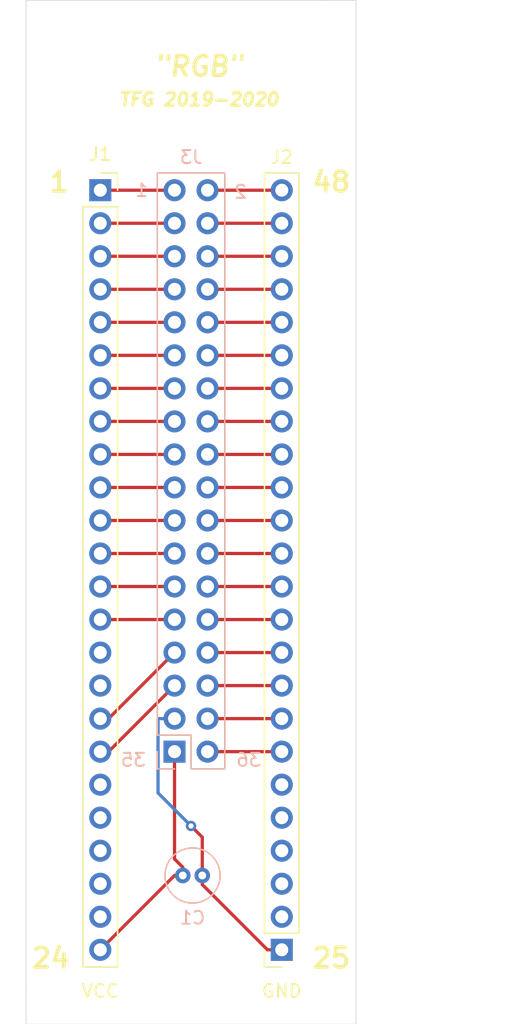
<source format=kicad_pcb>
(kicad_pcb (version 20171130) (host pcbnew "(5.1.6)-1")

  (general
    (thickness 1.6)
    (drawings 19)
    (tracks 56)
    (zones 0)
    (modules 4)
    (nets 49)
  )

  (page A4)
  (title_block
    (title "RGB 2019/2020")
    (date 2020-07-15)
    (company "Universidad Complutense de Madrid")
  )

  (layers
    (0 F.Cu signal)
    (31 B.Cu signal)
    (32 B.Adhes user)
    (33 F.Adhes user)
    (34 B.Paste user)
    (35 F.Paste user)
    (36 B.SilkS user)
    (37 F.SilkS user)
    (38 B.Mask user)
    (39 F.Mask user)
    (40 Dwgs.User user)
    (41 Cmts.User user)
    (42 Eco1.User user)
    (43 Eco2.User user)
    (44 Edge.Cuts user)
    (45 Margin user)
    (46 B.CrtYd user)
    (47 F.CrtYd user)
    (48 B.Fab user)
    (49 F.Fab user)
  )

  (setup
    (last_trace_width 0.25)
    (trace_clearance 0.2)
    (zone_clearance 0.508)
    (zone_45_only no)
    (trace_min 0.2)
    (via_size 0.8)
    (via_drill 0.4)
    (via_min_size 0.4)
    (via_min_drill 0.3)
    (uvia_size 0.3)
    (uvia_drill 0.1)
    (uvias_allowed no)
    (uvia_min_size 0.2)
    (uvia_min_drill 0.1)
    (edge_width 0.05)
    (segment_width 0.2)
    (pcb_text_width 0.3)
    (pcb_text_size 1.5 1.5)
    (mod_edge_width 0.12)
    (mod_text_size 1 1)
    (mod_text_width 0.15)
    (pad_size 1.524 1.524)
    (pad_drill 0.762)
    (pad_to_mask_clearance 0.051)
    (solder_mask_min_width 0.25)
    (aux_axis_origin 0 0)
    (visible_elements 7FFFF7FF)
    (pcbplotparams
      (layerselection 0x010fc_ffffffff)
      (usegerberextensions false)
      (usegerberattributes false)
      (usegerberadvancedattributes false)
      (creategerberjobfile true)
      (excludeedgelayer true)
      (linewidth 0.100000)
      (plotframeref false)
      (viasonmask false)
      (mode 1)
      (useauxorigin false)
      (hpglpennumber 1)
      (hpglpenspeed 20)
      (hpglpendiameter 15.000000)
      (psnegative false)
      (psa4output false)
      (plotreference true)
      (plotvalue true)
      (plotinvisibletext false)
      (padsonsilk false)
      (subtractmaskfromsilk false)
      (outputformat 1)
      (mirror false)
      (drillshape 0)
      (scaleselection 1)
      (outputdirectory "G:/PCB_intermedia/PCB_intermedia/"))
  )

  (net 0 "")
  (net 1 "Net-(J1-Pad23)")
  (net 2 "Net-(J1-Pad22)")
  (net 3 "Net-(J1-Pad21)")
  (net 4 "Net-(J1-Pad20)")
  (net 5 "Net-(J1-Pad19)")
  (net 6 "Net-(J1-Pad16)")
  (net 7 "Net-(J1-Pad15)")
  (net 8 "Net-(J2-Pad6)")
  (net 9 "Net-(J2-Pad5)")
  (net 10 "Net-(J2-Pad4)")
  (net 11 "Net-(J2-Pad3)")
  (net 12 "Net-(J2-Pad2)")
  (net 13 /Vcc)
  (net 14 /GND)
  (net 15 /A22)
  (net 16 /A20)
  (net 17 /A18)
  (net 18 /A16)
  (net 19 /A14)
  (net 20 /A12)
  (net 21 /A10)
  (net 22 /A8)
  (net 23 /A6)
  (net 24 /A4)
  (net 25 /A2)
  (net 26 /A0)
  (net 27 /O6)
  (net 28 /O4)
  (net 29 /O2)
  (net 30 /O0)
  (net 31 /OEN)
  (net 32 /WEN)
  (net 33 /EN00)
  (net 34 /A21)
  (net 35 /A19)
  (net 36 /A17)
  (net 37 /A15)
  (net 38 /A13)
  (net 39 /A11)
  (net 40 /A9)
  (net 41 /A7)
  (net 42 /A5)
  (net 43 /A3)
  (net 44 /A1)
  (net 45 /O7)
  (net 46 /O5)
  (net 47 /O3)
  (net 48 /O1)

  (net_class Default "Esta es la clase de red por defecto."
    (clearance 0.2)
    (trace_width 0.25)
    (via_dia 0.8)
    (via_drill 0.4)
    (uvia_dia 0.3)
    (uvia_drill 0.1)
    (add_net /A0)
    (add_net /A1)
    (add_net /A10)
    (add_net /A11)
    (add_net /A12)
    (add_net /A13)
    (add_net /A14)
    (add_net /A15)
    (add_net /A16)
    (add_net /A17)
    (add_net /A18)
    (add_net /A19)
    (add_net /A2)
    (add_net /A20)
    (add_net /A21)
    (add_net /A22)
    (add_net /A3)
    (add_net /A4)
    (add_net /A5)
    (add_net /A6)
    (add_net /A7)
    (add_net /A8)
    (add_net /A9)
    (add_net /EN00)
    (add_net /GND)
    (add_net /O0)
    (add_net /O1)
    (add_net /O2)
    (add_net /O3)
    (add_net /O4)
    (add_net /O5)
    (add_net /O6)
    (add_net /O7)
    (add_net /OEN)
    (add_net /Vcc)
    (add_net /WEN)
    (add_net "Net-(J1-Pad15)")
    (add_net "Net-(J1-Pad16)")
    (add_net "Net-(J1-Pad19)")
    (add_net "Net-(J1-Pad20)")
    (add_net "Net-(J1-Pad21)")
    (add_net "Net-(J1-Pad22)")
    (add_net "Net-(J1-Pad23)")
    (add_net "Net-(J2-Pad2)")
    (add_net "Net-(J2-Pad3)")
    (add_net "Net-(J2-Pad4)")
    (add_net "Net-(J2-Pad5)")
    (add_net "Net-(J2-Pad6)")
  )

  (module Capacitor_THT:C_Radial_D4.0mm_H5.0mm_P1.50mm (layer B.Cu) (tedit 5BC5C9B9) (tstamp 5F0655BE)
    (at 106.045 125.73)
    (descr "C, Radial series, Radial, pin pitch=1.50mm, diameter=4mm, height=5mm, Non-Polar Electrolytic Capacitor")
    (tags "C Radial series Radial pin pitch 1.50mm diameter 4mm height 5mm Non-Polar Electrolytic Capacitor")
    (path /5F040746)
    (fp_text reference C1 (at 0.75 3.25) (layer B.SilkS)
      (effects (font (size 1 1) (thickness 0.15)) (justify mirror))
    )
    (fp_text value 10uF (at 0.75 -3.25) (layer B.Fab)
      (effects (font (size 1 1) (thickness 0.15)) (justify mirror))
    )
    (fp_circle (center 0.75 0) (end 3 0) (layer B.CrtYd) (width 0.05))
    (fp_circle (center 0.75 0) (end 2.87 0) (layer B.SilkS) (width 0.12))
    (fp_circle (center 0.75 0) (end 2.75 0) (layer B.Fab) (width 0.1))
    (fp_text user %R (at 0.635 0) (layer B.Fab)
      (effects (font (size 0.8 0.8) (thickness 0.12)) (justify mirror))
    )
    (pad 1 thru_hole circle (at 0 0) (size 1.2 1.2) (drill 0.6) (layers *.Cu *.Mask)
      (net 13 /Vcc))
    (pad 2 thru_hole circle (at 1.5 0) (size 1.2 1.2) (drill 0.6) (layers *.Cu *.Mask)
      (net 14 /GND))
    (model ${KISYS3DMOD}/Capacitor_THT.3dshapes/C_Radial_D4.0mm_H5.0mm_P1.50mm.wrl
      (at (xyz 0 0 0))
      (scale (xyz 1 1 1))
      (rotate (xyz 0 0 0))
    )
  )

  (module Connector_PinSocket_2.54mm:PinSocket_1x24_P2.54mm_Vertical (layer F.Cu) (tedit 5A19A427) (tstamp 5F0655EA)
    (at 99.695 73.025)
    (descr "Through hole straight socket strip, 1x24, 2.54mm pitch, single row (from Kicad 4.0.7), script generated")
    (tags "Through hole socket strip THT 1x24 2.54mm single row")
    (path /5F03A47B)
    (fp_text reference J1 (at 0 -2.77) (layer F.SilkS)
      (effects (font (size 1 1) (thickness 0.15)))
    )
    (fp_text value Conn_01x24_Female (at 0 61.19) (layer F.Fab)
      (effects (font (size 1 1) (thickness 0.15)))
    )
    (fp_line (start -1.27 -1.27) (end 0.635 -1.27) (layer F.Fab) (width 0.1))
    (fp_line (start 0.635 -1.27) (end 1.27 -0.635) (layer F.Fab) (width 0.1))
    (fp_line (start 1.27 -0.635) (end 1.27 59.69) (layer F.Fab) (width 0.1))
    (fp_line (start 1.27 59.69) (end -1.27 59.69) (layer F.Fab) (width 0.1))
    (fp_line (start -1.27 59.69) (end -1.27 -1.27) (layer F.Fab) (width 0.1))
    (fp_line (start -1.33 1.27) (end 1.33 1.27) (layer F.SilkS) (width 0.12))
    (fp_line (start -1.33 1.27) (end -1.33 59.75) (layer F.SilkS) (width 0.12))
    (fp_line (start -1.33 59.75) (end 1.33 59.75) (layer F.SilkS) (width 0.12))
    (fp_line (start 1.33 1.27) (end 1.33 59.75) (layer F.SilkS) (width 0.12))
    (fp_line (start 1.33 -1.33) (end 1.33 0) (layer F.SilkS) (width 0.12))
    (fp_line (start 0 -1.33) (end 1.33 -1.33) (layer F.SilkS) (width 0.12))
    (fp_line (start -1.8 -1.8) (end 1.75 -1.8) (layer F.CrtYd) (width 0.05))
    (fp_line (start 1.75 -1.8) (end 1.75 60.2) (layer F.CrtYd) (width 0.05))
    (fp_line (start 1.75 60.2) (end -1.8 60.2) (layer F.CrtYd) (width 0.05))
    (fp_line (start -1.8 60.2) (end -1.8 -1.8) (layer F.CrtYd) (width 0.05))
    (fp_text user %R (at 0 29.21 90) (layer F.Fab)
      (effects (font (size 1 1) (thickness 0.15)))
    )
    (pad 24 thru_hole oval (at 0 58.42) (size 1.7 1.7) (drill 1) (layers *.Cu *.Mask)
      (net 13 /Vcc))
    (pad 23 thru_hole oval (at 0 55.88) (size 1.7 1.7) (drill 1) (layers *.Cu *.Mask)
      (net 1 "Net-(J1-Pad23)"))
    (pad 22 thru_hole oval (at 0 53.34) (size 1.7 1.7) (drill 1) (layers *.Cu *.Mask)
      (net 2 "Net-(J1-Pad22)"))
    (pad 21 thru_hole oval (at 0 50.8) (size 1.7 1.7) (drill 1) (layers *.Cu *.Mask)
      (net 3 "Net-(J1-Pad21)"))
    (pad 20 thru_hole oval (at 0 48.26) (size 1.7 1.7) (drill 1) (layers *.Cu *.Mask)
      (net 4 "Net-(J1-Pad20)"))
    (pad 19 thru_hole oval (at 0 45.72) (size 1.7 1.7) (drill 1) (layers *.Cu *.Mask)
      (net 5 "Net-(J1-Pad19)"))
    (pad 18 thru_hole oval (at 0 43.18) (size 1.7 1.7) (drill 1) (layers *.Cu *.Mask)
      (net 15 /A22))
    (pad 17 thru_hole oval (at 0 40.64) (size 1.7 1.7) (drill 1) (layers *.Cu *.Mask)
      (net 16 /A20))
    (pad 16 thru_hole oval (at 0 38.1) (size 1.7 1.7) (drill 1) (layers *.Cu *.Mask)
      (net 6 "Net-(J1-Pad16)"))
    (pad 15 thru_hole oval (at 0 35.56) (size 1.7 1.7) (drill 1) (layers *.Cu *.Mask)
      (net 7 "Net-(J1-Pad15)"))
    (pad 14 thru_hole oval (at 0 33.02) (size 1.7 1.7) (drill 1) (layers *.Cu *.Mask)
      (net 17 /A18))
    (pad 13 thru_hole oval (at 0 30.48) (size 1.7 1.7) (drill 1) (layers *.Cu *.Mask)
      (net 18 /A16))
    (pad 12 thru_hole oval (at 0 27.94) (size 1.7 1.7) (drill 1) (layers *.Cu *.Mask)
      (net 19 /A14))
    (pad 11 thru_hole oval (at 0 25.4) (size 1.7 1.7) (drill 1) (layers *.Cu *.Mask)
      (net 20 /A12))
    (pad 10 thru_hole oval (at 0 22.86) (size 1.7 1.7) (drill 1) (layers *.Cu *.Mask)
      (net 21 /A10))
    (pad 9 thru_hole oval (at 0 20.32) (size 1.7 1.7) (drill 1) (layers *.Cu *.Mask)
      (net 22 /A8))
    (pad 8 thru_hole oval (at 0 17.78) (size 1.7 1.7) (drill 1) (layers *.Cu *.Mask)
      (net 23 /A6))
    (pad 7 thru_hole oval (at 0 15.24) (size 1.7 1.7) (drill 1) (layers *.Cu *.Mask)
      (net 24 /A4))
    (pad 6 thru_hole oval (at 0 12.7) (size 1.7 1.7) (drill 1) (layers *.Cu *.Mask)
      (net 25 /A2))
    (pad 5 thru_hole oval (at 0 10.16) (size 1.7 1.7) (drill 1) (layers *.Cu *.Mask)
      (net 26 /A0))
    (pad 4 thru_hole oval (at 0 7.62) (size 1.7 1.7) (drill 1) (layers *.Cu *.Mask)
      (net 27 /O6))
    (pad 3 thru_hole oval (at 0 5.08) (size 1.7 1.7) (drill 1) (layers *.Cu *.Mask)
      (net 28 /O4))
    (pad 2 thru_hole oval (at 0 2.54) (size 1.7 1.7) (drill 1) (layers *.Cu *.Mask)
      (net 29 /O2))
    (pad 1 thru_hole rect (at 0 0) (size 1.7 1.7) (drill 1) (layers *.Cu *.Mask)
      (net 30 /O0))
    (model ${KISYS3DMOD}/Connector_PinSocket_2.54mm.3dshapes/PinSocket_1x24_P2.54mm_Vertical.wrl
      (at (xyz 0 0 0))
      (scale (xyz 1 1 1))
      (rotate (xyz 0 0 0))
    )
  )

  (module Connector_PinSocket_2.54mm:PinSocket_1x24_P2.54mm_Vertical (layer F.Cu) (tedit 5A19A427) (tstamp 5F065616)
    (at 113.665 131.445 180)
    (descr "Through hole straight socket strip, 1x24, 2.54mm pitch, single row (from Kicad 4.0.7), script generated")
    (tags "Through hole socket strip THT 1x24 2.54mm single row")
    (path /5F03DF61)
    (fp_text reference J2 (at 0 60.96) (layer F.SilkS)
      (effects (font (size 1 1) (thickness 0.15)))
    )
    (fp_text value Conn_01x24_Female (at -10.795 60.325) (layer F.Fab)
      (effects (font (size 1 1) (thickness 0.15)))
    )
    (fp_line (start -1.8 60.2) (end -1.8 -1.8) (layer F.CrtYd) (width 0.05))
    (fp_line (start 1.75 60.2) (end -1.8 60.2) (layer F.CrtYd) (width 0.05))
    (fp_line (start 1.75 -1.8) (end 1.75 60.2) (layer F.CrtYd) (width 0.05))
    (fp_line (start -1.8 -1.8) (end 1.75 -1.8) (layer F.CrtYd) (width 0.05))
    (fp_line (start 0 -1.33) (end 1.33 -1.33) (layer F.SilkS) (width 0.12))
    (fp_line (start 1.33 -1.33) (end 1.33 0) (layer F.SilkS) (width 0.12))
    (fp_line (start 1.33 1.27) (end 1.33 59.75) (layer F.SilkS) (width 0.12))
    (fp_line (start -1.33 59.75) (end 1.33 59.75) (layer F.SilkS) (width 0.12))
    (fp_line (start -1.33 1.27) (end -1.33 59.75) (layer F.SilkS) (width 0.12))
    (fp_line (start -1.33 1.27) (end 1.33 1.27) (layer F.SilkS) (width 0.12))
    (fp_line (start -1.27 59.69) (end -1.27 -1.27) (layer F.Fab) (width 0.1))
    (fp_line (start 1.27 59.69) (end -1.27 59.69) (layer F.Fab) (width 0.1))
    (fp_line (start 1.27 -0.635) (end 1.27 59.69) (layer F.Fab) (width 0.1))
    (fp_line (start 0.635 -1.27) (end 1.27 -0.635) (layer F.Fab) (width 0.1))
    (fp_line (start -1.27 -1.27) (end 0.635 -1.27) (layer F.Fab) (width 0.1))
    (fp_text user %R (at 0 29.21 90) (layer F.Fab)
      (effects (font (size 1 1) (thickness 0.15)))
    )
    (pad 1 thru_hole rect (at 0 0 180) (size 1.7 1.7) (drill 1) (layers *.Cu *.Mask)
      (net 14 /GND))
    (pad 2 thru_hole oval (at 0 2.54 180) (size 1.7 1.7) (drill 1) (layers *.Cu *.Mask)
      (net 12 "Net-(J2-Pad2)"))
    (pad 3 thru_hole oval (at 0 5.08 180) (size 1.7 1.7) (drill 1) (layers *.Cu *.Mask)
      (net 11 "Net-(J2-Pad3)"))
    (pad 4 thru_hole oval (at 0 7.62 180) (size 1.7 1.7) (drill 1) (layers *.Cu *.Mask)
      (net 10 "Net-(J2-Pad4)"))
    (pad 5 thru_hole oval (at 0 10.16 180) (size 1.7 1.7) (drill 1) (layers *.Cu *.Mask)
      (net 9 "Net-(J2-Pad5)"))
    (pad 6 thru_hole oval (at 0 12.7 180) (size 1.7 1.7) (drill 1) (layers *.Cu *.Mask)
      (net 8 "Net-(J2-Pad6)"))
    (pad 7 thru_hole oval (at 0 15.24 180) (size 1.7 1.7) (drill 1) (layers *.Cu *.Mask)
      (net 31 /OEN))
    (pad 8 thru_hole oval (at 0 17.78 180) (size 1.7 1.7) (drill 1) (layers *.Cu *.Mask)
      (net 32 /WEN))
    (pad 9 thru_hole oval (at 0 20.32 180) (size 1.7 1.7) (drill 1) (layers *.Cu *.Mask)
      (net 33 /EN00))
    (pad 10 thru_hole oval (at 0 22.86 180) (size 1.7 1.7) (drill 1) (layers *.Cu *.Mask)
      (net 34 /A21))
    (pad 11 thru_hole oval (at 0 25.4 180) (size 1.7 1.7) (drill 1) (layers *.Cu *.Mask)
      (net 35 /A19))
    (pad 12 thru_hole oval (at 0 27.94 180) (size 1.7 1.7) (drill 1) (layers *.Cu *.Mask)
      (net 36 /A17))
    (pad 13 thru_hole oval (at 0 30.48 180) (size 1.7 1.7) (drill 1) (layers *.Cu *.Mask)
      (net 37 /A15))
    (pad 14 thru_hole oval (at 0 33.02 180) (size 1.7 1.7) (drill 1) (layers *.Cu *.Mask)
      (net 38 /A13))
    (pad 15 thru_hole oval (at 0 35.56 180) (size 1.7 1.7) (drill 1) (layers *.Cu *.Mask)
      (net 39 /A11))
    (pad 16 thru_hole oval (at 0 38.1 180) (size 1.7 1.7) (drill 1) (layers *.Cu *.Mask)
      (net 40 /A9))
    (pad 17 thru_hole oval (at 0 40.64 180) (size 1.7 1.7) (drill 1) (layers *.Cu *.Mask)
      (net 41 /A7))
    (pad 18 thru_hole oval (at 0 43.18 180) (size 1.7 1.7) (drill 1) (layers *.Cu *.Mask)
      (net 42 /A5))
    (pad 19 thru_hole oval (at 0 45.72 180) (size 1.7 1.7) (drill 1) (layers *.Cu *.Mask)
      (net 43 /A3))
    (pad 20 thru_hole oval (at 0 48.26 180) (size 1.7 1.7) (drill 1) (layers *.Cu *.Mask)
      (net 44 /A1))
    (pad 21 thru_hole oval (at 0 50.8 180) (size 1.7 1.7) (drill 1) (layers *.Cu *.Mask)
      (net 45 /O7))
    (pad 22 thru_hole oval (at 0 53.34 180) (size 1.7 1.7) (drill 1) (layers *.Cu *.Mask)
      (net 46 /O5))
    (pad 23 thru_hole oval (at 0 55.88 180) (size 1.7 1.7) (drill 1) (layers *.Cu *.Mask)
      (net 47 /O3))
    (pad 24 thru_hole oval (at 0 58.42 180) (size 1.7 1.7) (drill 1) (layers *.Cu *.Mask)
      (net 48 /O1))
    (model ${KISYS3DMOD}/Connector_PinSocket_2.54mm.3dshapes/PinSocket_1x24_P2.54mm_Vertical.wrl
      (at (xyz 0 0 0))
      (scale (xyz 1 1 1))
      (rotate (xyz 0 0 0))
    )
  )

  (module Connector_PinHeader_2.54mm:PinHeader_2x18_P2.54mm_Vertical (layer B.Cu) (tedit 59FED5CC) (tstamp 5F065650)
    (at 105.41 116.205)
    (descr "Through hole straight pin header, 2x18, 2.54mm pitch, double rows")
    (tags "Through hole pin header THT 2x18 2.54mm double row")
    (path /5F030D9B)
    (fp_text reference J3 (at 1.27 -45.72) (layer B.SilkS)
      (effects (font (size 1 1) (thickness 0.15)) (justify mirror))
    )
    (fp_text value Conn_02x18_Odd_Even (at 1.27 -55.88) (layer B.Fab)
      (effects (font (size 1 1) (thickness 0.15)) (justify mirror))
    )
    (fp_line (start 4.35 1.8) (end -1.8 1.8) (layer B.CrtYd) (width 0.05))
    (fp_line (start 4.35 -44.95) (end 4.35 1.8) (layer B.CrtYd) (width 0.05))
    (fp_line (start -1.8 -44.95) (end 4.35 -44.95) (layer B.CrtYd) (width 0.05))
    (fp_line (start -1.8 1.8) (end -1.8 -44.95) (layer B.CrtYd) (width 0.05))
    (fp_line (start -1.33 1.33) (end 0 1.33) (layer B.SilkS) (width 0.12))
    (fp_line (start -1.33 0) (end -1.33 1.33) (layer B.SilkS) (width 0.12))
    (fp_line (start 1.27 1.33) (end 3.87 1.33) (layer B.SilkS) (width 0.12))
    (fp_line (start 1.27 -1.27) (end 1.27 1.33) (layer B.SilkS) (width 0.12))
    (fp_line (start -1.33 -1.27) (end 1.27 -1.27) (layer B.SilkS) (width 0.12))
    (fp_line (start 3.87 1.33) (end 3.87 -44.51) (layer B.SilkS) (width 0.12))
    (fp_line (start -1.33 -1.27) (end -1.33 -44.51) (layer B.SilkS) (width 0.12))
    (fp_line (start -1.33 -44.51) (end 3.87 -44.51) (layer B.SilkS) (width 0.12))
    (fp_line (start -1.27 0) (end 0 1.27) (layer B.Fab) (width 0.1))
    (fp_line (start -1.27 -44.45) (end -1.27 0) (layer B.Fab) (width 0.1))
    (fp_line (start 3.81 -44.45) (end -1.27 -44.45) (layer B.Fab) (width 0.1))
    (fp_line (start 3.81 1.27) (end 3.81 -44.45) (layer B.Fab) (width 0.1))
    (fp_line (start 0 1.27) (end 3.81 1.27) (layer B.Fab) (width 0.1))
    (fp_text user %R (at 1.27 -21.59 -90) (layer B.Fab)
      (effects (font (size 1 1) (thickness 0.15)) (justify mirror))
    )
    (pad 1 thru_hole rect (at 0 0) (size 1.7 1.7) (drill 1) (layers *.Cu *.Mask)
      (net 13 /Vcc))
    (pad 2 thru_hole oval (at 2.54 0) (size 1.7 1.7) (drill 1) (layers *.Cu *.Mask)
      (net 31 /OEN))
    (pad 3 thru_hole oval (at 0 -2.54) (size 1.7 1.7) (drill 1) (layers *.Cu *.Mask)
      (net 14 /GND))
    (pad 4 thru_hole oval (at 2.54 -2.54) (size 1.7 1.7) (drill 1) (layers *.Cu *.Mask)
      (net 32 /WEN))
    (pad 5 thru_hole oval (at 0 -5.08) (size 1.7 1.7) (drill 1) (layers *.Cu *.Mask)
      (net 15 /A22))
    (pad 6 thru_hole oval (at 2.54 -5.08) (size 1.7 1.7) (drill 1) (layers *.Cu *.Mask)
      (net 33 /EN00))
    (pad 7 thru_hole oval (at 0 -7.62) (size 1.7 1.7) (drill 1) (layers *.Cu *.Mask)
      (net 16 /A20))
    (pad 8 thru_hole oval (at 2.54 -7.62) (size 1.7 1.7) (drill 1) (layers *.Cu *.Mask)
      (net 34 /A21))
    (pad 9 thru_hole oval (at 0 -10.16) (size 1.7 1.7) (drill 1) (layers *.Cu *.Mask)
      (net 17 /A18))
    (pad 10 thru_hole oval (at 2.54 -10.16) (size 1.7 1.7) (drill 1) (layers *.Cu *.Mask)
      (net 35 /A19))
    (pad 11 thru_hole oval (at 0 -12.7) (size 1.7 1.7) (drill 1) (layers *.Cu *.Mask)
      (net 18 /A16))
    (pad 12 thru_hole oval (at 2.54 -12.7) (size 1.7 1.7) (drill 1) (layers *.Cu *.Mask)
      (net 36 /A17))
    (pad 13 thru_hole oval (at 0 -15.24) (size 1.7 1.7) (drill 1) (layers *.Cu *.Mask)
      (net 19 /A14))
    (pad 14 thru_hole oval (at 2.54 -15.24) (size 1.7 1.7) (drill 1) (layers *.Cu *.Mask)
      (net 37 /A15))
    (pad 15 thru_hole oval (at 0 -17.78) (size 1.7 1.7) (drill 1) (layers *.Cu *.Mask)
      (net 20 /A12))
    (pad 16 thru_hole oval (at 2.54 -17.78) (size 1.7 1.7) (drill 1) (layers *.Cu *.Mask)
      (net 38 /A13))
    (pad 17 thru_hole oval (at 0 -20.32) (size 1.7 1.7) (drill 1) (layers *.Cu *.Mask)
      (net 21 /A10))
    (pad 18 thru_hole oval (at 2.54 -20.32) (size 1.7 1.7) (drill 1) (layers *.Cu *.Mask)
      (net 39 /A11))
    (pad 19 thru_hole oval (at 0 -22.86) (size 1.7 1.7) (drill 1) (layers *.Cu *.Mask)
      (net 22 /A8))
    (pad 20 thru_hole oval (at 2.54 -22.86) (size 1.7 1.7) (drill 1) (layers *.Cu *.Mask)
      (net 40 /A9))
    (pad 21 thru_hole oval (at 0 -25.4) (size 1.7 1.7) (drill 1) (layers *.Cu *.Mask)
      (net 23 /A6))
    (pad 22 thru_hole oval (at 2.54 -25.4) (size 1.7 1.7) (drill 1) (layers *.Cu *.Mask)
      (net 41 /A7))
    (pad 23 thru_hole oval (at 0 -27.94) (size 1.7 1.7) (drill 1) (layers *.Cu *.Mask)
      (net 24 /A4))
    (pad 24 thru_hole oval (at 2.54 -27.94) (size 1.7 1.7) (drill 1) (layers *.Cu *.Mask)
      (net 42 /A5))
    (pad 25 thru_hole oval (at 0 -30.48) (size 1.7 1.7) (drill 1) (layers *.Cu *.Mask)
      (net 25 /A2))
    (pad 26 thru_hole oval (at 2.54 -30.48) (size 1.7 1.7) (drill 1) (layers *.Cu *.Mask)
      (net 43 /A3))
    (pad 27 thru_hole oval (at 0 -33.02) (size 1.7 1.7) (drill 1) (layers *.Cu *.Mask)
      (net 26 /A0))
    (pad 28 thru_hole oval (at 2.54 -33.02) (size 1.7 1.7) (drill 1) (layers *.Cu *.Mask)
      (net 44 /A1))
    (pad 29 thru_hole oval (at 0 -35.56) (size 1.7 1.7) (drill 1) (layers *.Cu *.Mask)
      (net 27 /O6))
    (pad 30 thru_hole oval (at 2.54 -35.56) (size 1.7 1.7) (drill 1) (layers *.Cu *.Mask)
      (net 45 /O7))
    (pad 31 thru_hole oval (at 0 -38.1) (size 1.7 1.7) (drill 1) (layers *.Cu *.Mask)
      (net 28 /O4))
    (pad 32 thru_hole oval (at 2.54 -38.1) (size 1.7 1.7) (drill 1) (layers *.Cu *.Mask)
      (net 46 /O5))
    (pad 33 thru_hole oval (at 0 -40.64) (size 1.7 1.7) (drill 1) (layers *.Cu *.Mask)
      (net 29 /O2))
    (pad 34 thru_hole oval (at 2.54 -40.64) (size 1.7 1.7) (drill 1) (layers *.Cu *.Mask)
      (net 47 /O3))
    (pad 35 thru_hole oval (at 0 -43.18) (size 1.7 1.7) (drill 1) (layers *.Cu *.Mask)
      (net 30 /O0))
    (pad 36 thru_hole oval (at 2.54 -43.18) (size 1.7 1.7) (drill 1) (layers *.Cu *.Mask)
      (net 48 /O1))
    (model ${KISYS3DMOD}/Connector_PinHeader_2.54mm.3dshapes/PinHeader_2x18_P2.54mm_Vertical.wrl
      (at (xyz 0 0 0))
      (scale (xyz 1 1 1))
      (rotate (xyz 0 0 0))
    )
  )

  (gr_text GND (at 113.665 134.62) (layer F.SilkS)
    (effects (font (size 1 1) (thickness 0.15)))
  )
  (gr_text VCC (at 99.695 134.62) (layer F.SilkS)
    (effects (font (size 1 1) (thickness 0.15)))
  )
  (gr_line (start 119.38 137.16) (end 119.38 134.62) (layer Edge.Cuts) (width 0.05) (tstamp 5F0F0510))
  (gr_line (start 93.98 137.16) (end 119.38 137.16) (layer Edge.Cuts) (width 0.05))
  (gr_line (start 93.98 134.62) (end 93.98 137.16) (layer Edge.Cuts) (width 0.05))
  (gr_line (start 119.38 58.42) (end 119.38 134.62) (layer Edge.Cuts) (width 0.05) (tstamp 5F0F04E9))
  (gr_line (start 116.84 58.42) (end 119.38 58.42) (layer Edge.Cuts) (width 0.05))
  (gr_line (start 93.98 58.42) (end 116.84 58.42) (layer Edge.Cuts) (width 0.05))
  (gr_line (start 93.98 134.62) (end 93.98 58.42) (layer Edge.Cuts) (width 0.05))
  (gr_text "TFG 2019-2020" (at 107.315 66.04) (layer F.SilkS)
    (effects (font (size 1 1) (thickness 0.25) italic))
  )
  (gr_text "\"RGB\"" (at 107.315 63.5) (layer F.SilkS)
    (effects (font (size 1.5 1.5) (thickness 0.3) italic))
  )
  (gr_text 48 (at 117.475 72.39) (layer F.SilkS)
    (effects (font (size 1.5 1.5) (thickness 0.3)))
  )
  (gr_text 1 (at 96.52 72.39) (layer F.SilkS)
    (effects (font (size 1.5 1.5) (thickness 0.3)))
  )
  (gr_text 25 (at 117.475 132.08) (layer F.SilkS)
    (effects (font (size 1.5 1.5) (thickness 0.3)))
  )
  (gr_text 24 (at 95.885 132.08) (layer F.SilkS)
    (effects (font (size 1.5 1.5) (thickness 0.3)))
  )
  (gr_text 1 (at 102.87 73.025) (layer B.SilkS)
    (effects (font (size 1 1) (thickness 0.15)) (justify mirror))
  )
  (gr_text 2 (at 110.49 73.152) (layer B.SilkS)
    (effects (font (size 1 1) (thickness 0.15)) (justify mirror))
  )
  (gr_text 35 (at 102.235 116.84) (layer B.SilkS)
    (effects (font (size 1 1) (thickness 0.15)) (justify mirror))
  )
  (gr_text 36 (at 111.125 116.84) (layer B.SilkS)
    (effects (font (size 1 1) (thickness 0.15)) (justify mirror))
  )

  (segment (start 105.41 125.73) (end 106.045 125.73) (width 0.25) (layer F.Cu) (net 13))
  (segment (start 99.695 131.445) (end 105.41 125.73) (width 0.25) (layer F.Cu) (net 13))
  (segment (start 105.41 116.205) (end 105.41 124.46) (width 0.25) (layer F.Cu) (net 13))
  (segment (start 106.045 125.095) (end 106.045 125.73) (width 0.25) (layer F.Cu) (net 13))
  (segment (start 105.41 124.46) (end 106.045 125.095) (width 0.25) (layer F.Cu) (net 13))
  (segment (start 107.545 126.425) (end 107.545 125.73) (width 0.25) (layer F.Cu) (net 14))
  (segment (start 112.565 131.445) (end 107.545 126.425) (width 0.25) (layer F.Cu) (net 14))
  (segment (start 113.665 131.445) (end 112.565 131.445) (width 0.25) (layer F.Cu) (net 14))
  (segment (start 107.545 125.73) (end 107.545 122.785) (width 0.25) (layer F.Cu) (net 14))
  (segment (start 107.545 122.785) (end 106.68 121.92) (width 0.25) (layer F.Cu) (net 14))
  (via (at 106.68 121.92) (size 0.8) (drill 0.4) (layers F.Cu B.Cu) (net 14))
  (segment (start 104.207919 113.665) (end 105.41 113.665) (width 0.25) (layer B.Cu) (net 14))
  (segment (start 104.14 113.732919) (end 104.207919 113.665) (width 0.25) (layer B.Cu) (net 14))
  (segment (start 104.14 119.38) (end 104.14 113.732919) (width 0.25) (layer B.Cu) (net 14))
  (segment (start 106.68 121.92) (end 104.14 119.38) (width 0.25) (layer B.Cu) (net 14))
  (segment (start 100.33 116.205) (end 99.695 116.205) (width 0.25) (layer F.Cu) (net 15))
  (segment (start 105.41 111.125) (end 100.33 116.205) (width 0.25) (layer F.Cu) (net 15))
  (segment (start 100.33 113.665) (end 99.695 113.665) (width 0.25) (layer F.Cu) (net 16))
  (segment (start 105.41 108.585) (end 100.33 113.665) (width 0.25) (layer F.Cu) (net 16))
  (segment (start 104.207919 106.045) (end 99.695 106.045) (width 0.25) (layer F.Cu) (net 17))
  (segment (start 105.41 106.045) (end 104.207919 106.045) (width 0.25) (layer F.Cu) (net 17))
  (segment (start 104.207919 103.505) (end 99.695 103.505) (width 0.25) (layer F.Cu) (net 18))
  (segment (start 105.41 103.505) (end 104.207919 103.505) (width 0.25) (layer F.Cu) (net 18))
  (segment (start 104.207919 100.965) (end 99.695 100.965) (width 0.25) (layer F.Cu) (net 19))
  (segment (start 105.41 100.965) (end 104.207919 100.965) (width 0.25) (layer F.Cu) (net 19))
  (segment (start 104.207919 98.425) (end 99.695 98.425) (width 0.25) (layer F.Cu) (net 20))
  (segment (start 105.41 98.425) (end 104.207919 98.425) (width 0.25) (layer F.Cu) (net 20))
  (segment (start 104.207919 95.885) (end 99.695 95.885) (width 0.25) (layer F.Cu) (net 21))
  (segment (start 105.41 95.885) (end 104.207919 95.885) (width 0.25) (layer F.Cu) (net 21))
  (segment (start 99.695 93.345) (end 105.41 93.345) (width 0.25) (layer F.Cu) (net 22))
  (segment (start 99.695 90.805) (end 105.41 90.805) (width 0.25) (layer F.Cu) (net 23))
  (segment (start 99.695 88.265) (end 105.41 88.265) (width 0.25) (layer F.Cu) (net 24))
  (segment (start 99.695 85.725) (end 105.41 85.725) (width 0.25) (layer F.Cu) (net 25))
  (segment (start 99.695 83.185) (end 105.41 83.185) (width 0.25) (layer F.Cu) (net 26))
  (segment (start 99.695 80.645) (end 105.41 80.645) (width 0.25) (layer F.Cu) (net 27))
  (segment (start 99.695 78.105) (end 105.41 78.105) (width 0.25) (layer F.Cu) (net 28))
  (segment (start 99.695 75.565) (end 105.41 75.565) (width 0.25) (layer F.Cu) (net 29))
  (segment (start 99.695 73.025) (end 105.41 73.025) (width 0.25) (layer F.Cu) (net 30))
  (segment (start 113.665 116.205) (end 107.95 116.205) (width 0.25) (layer F.Cu) (net 31))
  (segment (start 113.665 113.665) (end 107.95 113.665) (width 0.25) (layer F.Cu) (net 32))
  (segment (start 107.95 111.125) (end 113.665 111.125) (width 0.25) (layer F.Cu) (net 33))
  (segment (start 107.95 108.585) (end 113.665 108.585) (width 0.25) (layer F.Cu) (net 34))
  (segment (start 113.665 106.045) (end 107.95 106.045) (width 0.25) (layer F.Cu) (net 35))
  (segment (start 113.665 103.505) (end 107.95 103.505) (width 0.25) (layer F.Cu) (net 36))
  (segment (start 113.665 100.965) (end 107.95 100.965) (width 0.25) (layer F.Cu) (net 37))
  (segment (start 113.665 98.425) (end 107.95 98.425) (width 0.25) (layer F.Cu) (net 38))
  (segment (start 113.665 95.885) (end 107.95 95.885) (width 0.25) (layer F.Cu) (net 39))
  (segment (start 113.665 93.345) (end 107.95 93.345) (width 0.25) (layer F.Cu) (net 40))
  (segment (start 113.665 90.805) (end 107.95 90.805) (width 0.25) (layer F.Cu) (net 41))
  (segment (start 113.665 88.265) (end 107.95 88.265) (width 0.25) (layer F.Cu) (net 42))
  (segment (start 113.665 85.725) (end 107.95 85.725) (width 0.25) (layer F.Cu) (net 43))
  (segment (start 113.665 83.185) (end 107.95 83.185) (width 0.25) (layer F.Cu) (net 44))
  (segment (start 113.665 80.645) (end 107.95 80.645) (width 0.25) (layer F.Cu) (net 45))
  (segment (start 113.665 78.105) (end 107.95 78.105) (width 0.25) (layer F.Cu) (net 46))
  (segment (start 113.665 75.565) (end 107.95 75.565) (width 0.25) (layer F.Cu) (net 47))
  (segment (start 113.665 73.025) (end 107.95 73.025) (width 0.25) (layer F.Cu) (net 48))

)

</source>
